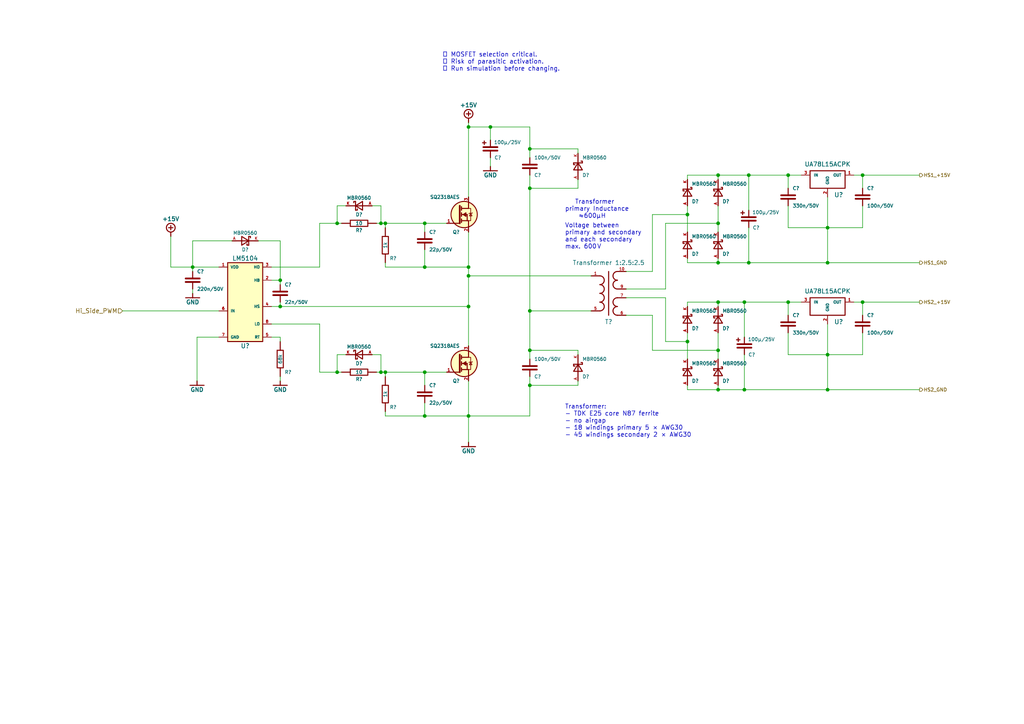
<source format=kicad_sch>
(kicad_sch (version 20211123) (generator eeschema)
  (paper "A4")
  (lib_symbols
    (symbol "LM5104:LM5104" (pin_names (offset 0.7874))
      (property "Reference" "U" (at 0 -12.7 0))
      (property "Value" "LM5104" (at 0 12.7 0))
      (symbol "LM5104_0_1"
        (rectangle (start -5.08 11.43) (end 5.08 -11.43) (stroke (width 0.3048)) (fill (type background)))
      )
      (symbol "LM5104_1_1"
        (pin power_in line (at -7.62 10.16 0) (length 2.54) (name "VDD") (number "1"))
        (pin output line (at 7.62 6.35 180) (length 2.54) (name "HB") (number "2"))
        (pin output line (at 7.62 10.16 180) (length 2.54) (name "HO") (number "3"))
        (pin input line (at 7.62 -1.27 180) (length 2.54) (name "HS") (number "4"))
        (pin output line (at 7.62 -10.16 180) (length 2.54) (name "RT") (number "5"))
        (pin input line (at -7.62 -2.54 0) (length 2.54) (name "IN") (number "6"))
        (pin power_in line (at -7.62 -10.16 0) (length 2.54) (name "GND") (number "7"))
        (pin output line (at 7.62 -6.35 180) (length 2.54) (name "LO") (number "8"))
      )
    )
    (symbol "OSSI_standard_components:+15V" (power) (pin_names (offset 0))
      (property "Value" "+15V" (at 0 5.08 0))
      (symbol "+15V_1_0"
        (polyline (pts (xy -0.635 2.54) (xy 0.635 2.54)) (stroke (width 0.3048)))
        (polyline (pts (xy 0 1.27) (xy 0 0)) (stroke (width 0.3048)))
        (polyline (pts (xy 0 3.175) (xy 0 1.905)) (stroke (width 0.3048)))
        (circle (center 0 2.54) (radius 1.27) (stroke (width 0.3048)))
        (pin power_in line (at 0 0 90) (length 0) hide (name "+15V") (number "1"))
      )
    )
    (symbol "OSSI_standard_components:Capacitor" (pin_numbers hide) (pin_names (offset 1.016) hide)
      (property "Reference" "C" (at 1.524 -2.54 0))
      (property "Value" "Capacitor" (at 1.524 2.032 0))
      (symbol "Capacitor_0_0"
        (polyline (pts (xy -2.032 -0.508) (xy 2.032 -0.508)) (stroke (width 0.508)))
        (polyline (pts (xy -2.032 0.508) (xy 2.032 0.508)) (stroke (width 0.508)))
        (polyline (pts (xy 0 -2.54) (xy 0 -0.635)) (stroke (width 0.3048)))
        (polyline (pts (xy 0 0.635) (xy 0 2.54)) (stroke (width 0.3048)))
        (pin passive line (at 0 -2.54 90) (length 0) (name "1") (number "1"))
        (pin passive line (at 0 2.54 270) (length 0) (name "2") (number "2"))
      )
    )
    (symbol "OSSI_standard_components:Capacitor_pol" (pin_numbers hide) (pin_names (offset 1.016) hide)
      (property "Reference" "C" (at 1.143 -2.54 0))
      (property "Value" "Capacitor_pol" (at 1.016 1.905 0))
      (symbol "Capacitor_pol_0_0"
        (polyline (pts (xy -2.286 1.778) (xy -1.27 1.778)) (stroke (width 0.3048)))
        (polyline (pts (xy -2.032 -0.508) (xy 2.032 -0.508)) (stroke (width 0.508)))
        (polyline (pts (xy -2.032 0.508) (xy 2.032 0.508)) (stroke (width 0.508)))
        (polyline (pts (xy -1.778 1.27) (xy -1.778 2.286)) (stroke (width 0.3048)))
        (polyline (pts (xy 0 -2.54) (xy 0 -0.762)) (stroke (width 0.3048)))
        (polyline (pts (xy 0 0.508) (xy 0 2.54)) (stroke (width 0.3048)))
      )
      (symbol "Capacitor_pol_1_0"
        (pin passive line (at 0 2.54 180) (length 0) (name "+") (number "+"))
        (pin passive line (at 0 -2.54 180) (length 0) (name "-") (number "-"))
      )
    )
    (symbol "OSSI_standard_components:GND" (power) (pin_names (offset 0))
      (property "Value" "GND" (at 0 -2.54 0))
      (symbol "GND_0_0"
        (polyline (pts (xy -2.032 -1.27) (xy 2.032 -1.27)) (stroke (width 0.3048)))
        (polyline (pts (xy 0 -1.27) (xy 0 0)) (stroke (width 0.3048)))
        (pin power_in line (at 0 0 270) (length 0) hide (name "GND") (number "1"))
      )
    )
    (symbol "OSSI_standard_components:LDO_3pin_f" (pin_names (offset 1.016))
      (property "Reference" "U" (at 1.905 -4.445 0))
      (property "Value" "LDO_3pin_f" (at 0 4.445 0))
      (symbol "LDO_3pin_f_0_1"
        (rectangle (start -5.08 2.54) (end 5.08 -2.54) (stroke (width 0.3048)))
      )
      (symbol "LDO_3pin_f_1_1"
        (pin power_out line (at 7.62 1.27 180) (length 2.54) (name "OUT") (number "1"))
        (pin power_in line (at 0 -5.08 90) (length 2.54) (name "GND") (number "2"))
        (pin power_in line (at -7.62 1.27 0) (length 2.54) (name "IN") (number "3"))
      )
    )
    (symbol "OSSI_standard_components:NMOS" (pin_names (offset 1.016) hide)
      (property "Reference" "Q" (at 0 -5.08 0))
      (property "Value" "NMOS" (at 0 5.08 0))
      (symbol "NMOS_0_0"
        (polyline (pts (xy 0 -2.54) (xy -3.81 -2.54)) (stroke (width 0.3048)))
        (polyline (pts (xy 0 2.54) (xy 0 -2.54)) (stroke (width 0.508)))
        (polyline (pts (xy 0.508 -1.27) (xy 0.508 -2.286)) (stroke (width 0.3048)))
        (polyline (pts (xy 0.508 0.508) (xy 0.508 -0.508)) (stroke (width 0.3048)))
        (polyline (pts (xy 0.508 2.286) (xy 0.508 1.27)) (stroke (width 0.3048)))
        (polyline (pts (xy 2.159 -1.778) (xy 2.159 0)) (stroke (width 0.3048)))
        (polyline (pts (xy 2.159 0) (xy 0.508 0)) (stroke (width 0.3048)))
        (polyline (pts (xy 0.508 -1.778) (xy 2.54 -1.778) (xy 2.54 -5.08)) (stroke (width 0.3048)))
        (polyline (pts (xy 0.508 1.778) (xy 2.54 1.778) (xy 2.54 5.08)) (stroke (width 0.3048)))
        (polyline (pts (xy 1.016 0) (xy 1.778 0.508) (xy 1.778 -0.508) (xy 1.016 0)) (stroke (width 0.3048)) (fill (type outline)))
        (polyline (pts (xy 2.54 -1.778) (xy 3.175 -1.778) (xy 3.175 1.778) (xy 2.54 1.778)) (stroke (width 0.2032)))
        (polyline (pts (xy 3.175 0.381) (xy 2.794 -0.381) (xy 3.556 -0.381) (xy 3.175 0.381)) (stroke (width 0.2032)))
        (polyline (pts (xy 3.683 0.508) (xy 3.556 0.381) (xy 2.794 0.381) (xy 2.667 0.254)) (stroke (width 0.2032)))
        (circle (center 1.27 0) (radius 3.81) (stroke (width 0.3048)) (fill (type background)))
        (pin input line (at -3.81 -2.54 0) (length 1.27) (name "G") (number "1"))
      )
      (symbol "NMOS_1_0"
        (pin passive line (at 2.54 -5.08 90) (length 1.27) (name "S") (number "2"))
        (pin passive line (at 2.54 5.08 270) (length 1.27) (name "D") (number "3"))
      )
    )
    (symbol "OSSI_standard_components:Resistor" (pin_numbers hide) (pin_names (offset 1.016) hide)
      (property "Reference" "R" (at 0 -2.032 0))
      (property "Value" "Resistor" (at 0 0 0))
      (symbol "Resistor_0_0"
        (rectangle (start -2.54 0.889) (end 2.54 -0.889) (stroke (width 0.3048)))
        (polyline (pts (xy -2.54 0) (xy -5.08 0)) (stroke (width 0.3048)))
        (polyline (pts (xy 5.08 0) (xy 2.54 0)) (stroke (width 0.3048)))
      )
      (symbol "Resistor_1_1"
        (pin passive line (at -5.08 0 0) (length 0) (name "1") (number "1"))
        (pin passive line (at 5.08 0 180) (length 0) (name "2") (number "2"))
      )
    )
    (symbol "OSSI_standard_components:Schottky" (pin_names (offset 1.016) hide)
      (property "Reference" "D" (at 0 -2.54 0))
      (property "Value" "Schottky" (at 0 2.286 0))
      (symbol "Schottky_0_0"
        (polyline (pts (xy -3.81 0) (xy 3.81 0)) (stroke (width 0.3048)))
        (polyline (pts (xy 1.016 1.27) (xy 1.016 0) (xy -1.016 1.27) (xy -1.016 -1.27) (xy 1.016 0) (xy 1.016 -1.27)) (stroke (width 0.3048)))
        (pin passive line (at -3.81 0 0) (length 1.27) (name "A") (number "A"))
        (pin passive line (at 3.81 0 180) (length 1.27) (name "K") (number "K"))
      )
      (symbol "Schottky_1_0"
        (polyline (pts (xy 1.016 -1.27) (xy 0.508 -1.27) (xy 0.508 -0.889)) (stroke (width 0.3048)))
        (polyline (pts (xy 1.016 1.27) (xy 1.524 1.27) (xy 1.524 0.889)) (stroke (width 0.3048)))
      )
    )
    (symbol "OSSI_standard_components:TransformerDualSec" (pin_names (offset 1.016) hide)
      (property "Reference" "T" (at 0 -8.255 0))
      (property "Value" "TransformerDualSec" (at 0 8.89 0))
      (symbol "TransformerDualSec_0_1"
        (arc (start -2.54 0) (mid -1.27 1.27) (end -2.54 2.54) (stroke (width 0.3048)))
        (polyline (pts (xy -2.54 -5.08) (xy -5.08 -5.08)) (stroke (width 0.3048)))
        (polyline (pts (xy -2.54 5.08) (xy -5.08 5.08)) (stroke (width 0.3048)))
        (polyline (pts (xy 0 6.35) (xy 0 -6.35)) (stroke (width 0.3048)))
        (polyline (pts (xy 2.54 -6.35) (xy 5.08 -6.35)) (stroke (width 0.3048)))
        (polyline (pts (xy 2.54 -1.27) (xy 5.08 -1.27)) (stroke (width 0.3048)))
        (polyline (pts (xy 2.54 1.27) (xy 5.08 1.27)) (stroke (width 0.3048)))
        (polyline (pts (xy 2.54 6.35) (xy 5.08 6.35)) (stroke (width 0.3048)))
      )
      (symbol "TransformerDualSec_1_1"
        (arc (start -2.54 -5.08) (mid -1.27 -3.81) (end -2.54 -2.54) (stroke (width 0.3048)))
        (arc (start -2.54 -2.54) (mid -1.27 -1.27) (end -2.54 0) (stroke (width 0.3048)))
        (arc (start -2.54 2.54) (mid -1.27 3.81) (end -2.54 5.08) (stroke (width 0.3048)))
        (arc (start 2.54 -3.81) (mid 1.27 -5.08) (end 2.54 -6.35) (stroke (width 0.3048)))
        (arc (start 2.54 -1.27) (mid 1.27 -2.54) (end 2.54 -3.81) (stroke (width 0.3048)))
        (arc (start 2.54 3.81) (mid 1.27 2.54) (end 2.54 1.27) (stroke (width 0.3048)))
        (arc (start 2.54 6.35) (mid 1.27 5.08) (end 2.54 3.81) (stroke (width 0.3048)))
        (pin passive line (at -5.08 5.08 0) (length 2.5146) (name "1") (number "1"))
        (pin passive line (at 5.08 6.35 180) (length 2.5146) (name "10") (number "10"))
        (pin passive line (at -5.08 -5.08 0) (length 2.5146) (name "5") (number "5"))
        (pin passive line (at 5.08 -6.35 180) (length 2.5146) (name "6") (number "6"))
        (pin passive line (at 5.08 -1.27 180) (length 2.5146) (name "7") (number "7"))
        (pin passive line (at 5.08 1.27 180) (length 2.5146) (name "9") (number "9"))
      )
    )
  )
  (junction (at 123.19 120.65))
  (junction (at 153.67 43.18))
  (junction (at 81.28 88.9))
  (junction (at 135.89 120.65))
  (junction (at 240.03 76.2))
  (junction (at 111.76 107.95))
  (junction (at 153.67 54.61))
  (junction (at 135.89 88.9))
  (junction (at 55.88 77.47))
  (junction (at 123.19 107.95))
  (junction (at 153.67 111.76))
  (junction (at 199.39 62.23))
  (junction (at 135.89 77.47))
  (junction (at 215.9 113.03))
  (junction (at 240.03 113.03))
  (junction (at 135.89 36.83))
  (junction (at 250.19 87.63))
  (junction (at 240.03 66.04))
  (junction (at 110.49 64.77))
  (junction (at 217.17 76.2))
  (junction (at 217.17 50.8))
  (junction (at 208.28 101.6))
  (junction (at 110.49 107.95))
  (junction (at 228.6 50.8))
  (junction (at 142.24 36.83))
  (junction (at 153.67 90.17))
  (junction (at 228.6 87.63))
  (junction (at 215.9 87.63))
  (junction (at 123.19 64.77))
  (junction (at 97.79 64.77))
  (junction (at 240.03 102.87))
  (junction (at 208.28 76.2))
  (junction (at 111.76 64.77))
  (junction (at 199.39 99.06))
  (junction (at 208.28 87.63))
  (junction (at 81.28 81.28))
  (junction (at 208.28 113.03))
  (junction (at 135.89 80.01))
  (junction (at 97.79 107.95))
  (junction (at 208.28 50.8))
  (junction (at 123.19 77.47))
  (junction (at 250.19 50.8))
  (junction (at 153.67 101.6))
  (junction (at 208.28 64.77))
  (wire (pts (xy 81.28 88.9) (xy 135.89 88.9)))
  (wire (pts (xy 189.23 78.74) (xy 189.23 62.23)))
  (wire (pts (xy 215.9 87.63) (xy 215.9 97.79)))
  (wire (pts (xy 199.39 87.63) (xy 208.28 87.63)))
  (wire (pts (xy 153.67 101.6) (xy 153.67 104.14)))
  (wire (pts (xy 81.28 69.85) (xy 81.28 81.28)))
  (wire (pts (xy 55.88 77.47) (xy 49.53 77.47)))
  (wire (pts (xy 208.28 74.93) (xy 208.28 76.2)))
  (wire (pts (xy 250.19 59.69) (xy 250.19 66.04)))
  (wire (pts (xy 228.6 66.04) (xy 228.6 59.69)))
  (wire (pts (xy 189.23 101.6) (xy 208.28 101.6)))
  (wire (pts (xy 153.67 36.83) (xy 153.67 43.18)))
  (wire (pts (xy 240.03 76.2) (xy 266.7 76.2)))
  (wire (pts (xy 97.79 107.95) (xy 97.79 102.87)))
  (wire (pts (xy 81.28 109.22) (xy 81.28 110.49)))
  (wire (pts (xy 135.89 110.49) (xy 135.89 120.65)))
  (wire (pts (xy 135.89 36.83) (xy 135.89 57.15)))
  (wire (pts (xy 81.28 97.79) (xy 81.28 99.06)))
  (wire (pts (xy 240.03 102.87) (xy 228.6 102.87)))
  (wire (pts (xy 123.19 116.84) (xy 123.19 120.65)))
  (wire (pts (xy 97.79 64.77) (xy 97.79 59.69)))
  (wire (pts (xy 208.28 101.6) (xy 208.28 104.14)))
  (wire (pts (xy 74.93 69.85) (xy 81.28 69.85)))
  (wire (pts (xy 78.74 97.79) (xy 81.28 97.79)))
  (wire (pts (xy 167.64 44.45) (xy 167.64 43.18)))
  (wire (pts (xy 193.04 64.77) (xy 208.28 64.77)))
  (wire (pts (xy 135.89 77.47) (xy 135.89 80.01)))
  (wire (pts (xy 97.79 64.77) (xy 92.71 64.77)))
  (wire (pts (xy 193.04 86.36) (xy 193.04 99.06)))
  (wire (pts (xy 97.79 59.69) (xy 100.33 59.69)))
  (wire (pts (xy 78.74 81.28) (xy 81.28 81.28)))
  (wire (pts (xy 228.6 102.87) (xy 228.6 96.52)))
  (wire (pts (xy 247.65 87.63) (xy 250.19 87.63)))
  (wire (pts (xy 240.03 66.04) (xy 240.03 76.2)))
  (wire (pts (xy 228.6 91.44) (xy 228.6 87.63)))
  (wire (pts (xy 123.19 64.77) (xy 123.19 67.31)))
  (wire (pts (xy 199.39 62.23) (xy 199.39 67.31)))
  (wire (pts (xy 81.28 87.63) (xy 81.28 88.9)))
  (wire (pts (xy 181.61 83.82) (xy 193.04 83.82)))
  (wire (pts (xy 181.61 91.44) (xy 189.23 91.44)))
  (wire (pts (xy 78.74 88.9) (xy 81.28 88.9)))
  (wire (pts (xy 153.67 54.61) (xy 153.67 90.17)))
  (wire (pts (xy 199.39 113.03) (xy 199.39 111.76)))
  (wire (pts (xy 107.95 102.87) (xy 110.49 102.87)))
  (wire (pts (xy 215.9 113.03) (xy 240.03 113.03)))
  (wire (pts (xy 123.19 77.47) (xy 135.89 77.47)))
  (wire (pts (xy 171.45 80.01) (xy 135.89 80.01)))
  (wire (pts (xy 228.6 87.63) (xy 232.41 87.63)))
  (wire (pts (xy 167.64 110.49) (xy 167.64 111.76)))
  (wire (pts (xy 228.6 50.8) (xy 232.41 50.8)))
  (wire (pts (xy 167.64 101.6) (xy 153.67 101.6)))
  (wire (pts (xy 153.67 50.8) (xy 153.67 54.61)))
  (wire (pts (xy 208.28 111.76) (xy 208.28 113.03)))
  (wire (pts (xy 142.24 40.64) (xy 142.24 36.83)))
  (wire (pts (xy 167.64 43.18) (xy 153.67 43.18)))
  (wire (pts (xy 123.19 120.65) (xy 135.89 120.65)))
  (wire (pts (xy 208.28 87.63) (xy 215.9 87.63)))
  (wire (pts (xy 240.03 93.98) (xy 240.03 102.87)))
  (wire (pts (xy 208.28 87.63) (xy 208.28 88.9)))
  (wire (pts (xy 135.89 120.65) (xy 135.89 128.27)))
  (wire (pts (xy 240.03 57.15) (xy 240.03 66.04)))
  (wire (pts (xy 142.24 48.26) (xy 142.24 45.72)))
  (wire (pts (xy 189.23 62.23) (xy 199.39 62.23)))
  (wire (pts (xy 250.19 96.52) (xy 250.19 102.87)))
  (wire (pts (xy 217.17 66.04) (xy 217.17 76.2)))
  (wire (pts (xy 110.49 107.95) (xy 111.76 107.95)))
  (wire (pts (xy 35.56 90.17) (xy 63.5 90.17)))
  (wire (pts (xy 153.67 120.65) (xy 135.89 120.65)))
  (wire (pts (xy 110.49 102.87) (xy 110.49 107.95)))
  (wire (pts (xy 193.04 99.06) (xy 199.39 99.06)))
  (wire (pts (xy 123.19 64.77) (xy 129.54 64.77)))
  (wire (pts (xy 250.19 87.63) (xy 266.7 87.63)))
  (wire (pts (xy 97.79 102.87) (xy 100.33 102.87)))
  (wire (pts (xy 111.76 120.65) (xy 123.19 120.65)))
  (wire (pts (xy 97.79 107.95) (xy 92.71 107.95)))
  (wire (pts (xy 199.39 50.8) (xy 208.28 50.8)))
  (wire (pts (xy 123.19 107.95) (xy 129.54 107.95)))
  (wire (pts (xy 153.67 109.22) (xy 153.67 111.76)))
  (wire (pts (xy 167.64 52.07) (xy 167.64 54.61)))
  (wire (pts (xy 99.06 107.95) (xy 97.79 107.95)))
  (wire (pts (xy 111.76 66.04) (xy 111.76 64.77)))
  (wire (pts (xy 110.49 64.77) (xy 111.76 64.77)))
  (wire (pts (xy 189.23 91.44) (xy 189.23 101.6)))
  (wire (pts (xy 110.49 59.69) (xy 110.49 64.77)))
  (wire (pts (xy 208.28 50.8) (xy 208.28 52.07)))
  (wire (pts (xy 228.6 54.61) (xy 228.6 50.8)))
  (wire (pts (xy 181.61 86.36) (xy 193.04 86.36)))
  (wire (pts (xy 99.06 64.77) (xy 97.79 64.77)))
  (wire (pts (xy 171.45 90.17) (xy 153.67 90.17)))
  (wire (pts (xy 111.76 107.95) (xy 111.76 109.22)))
  (wire (pts (xy 63.5 77.47) (xy 55.88 77.47)))
  (wire (pts (xy 240.03 66.04) (xy 228.6 66.04)))
  (wire (pts (xy 92.71 93.98) (xy 92.71 107.95)))
  (wire (pts (xy 49.53 77.47) (xy 49.53 68.58)))
  (wire (pts (xy 250.19 50.8) (xy 250.19 54.61)))
  (wire (pts (xy 208.28 76.2) (xy 199.39 76.2)))
  (wire (pts (xy 181.61 78.74) (xy 189.23 78.74)))
  (wire (pts (xy 55.88 77.47) (xy 55.88 78.74)))
  (wire (pts (xy 153.67 111.76) (xy 153.67 120.65)))
  (wire (pts (xy 123.19 72.39) (xy 123.19 77.47)))
  (wire (pts (xy 208.28 113.03) (xy 199.39 113.03)))
  (wire (pts (xy 199.39 88.9) (xy 199.39 87.63)))
  (wire (pts (xy 78.74 77.47) (xy 92.71 77.47)))
  (wire (pts (xy 55.88 69.85) (xy 67.31 69.85)))
  (wire (pts (xy 153.67 43.18) (xy 153.67 45.72)))
  (wire (pts (xy 167.64 111.76) (xy 153.67 111.76)))
  (wire (pts (xy 208.28 59.69) (xy 208.28 64.77)))
  (wire (pts (xy 135.89 35.56) (xy 135.89 36.83)))
  (wire (pts (xy 111.76 77.47) (xy 111.76 76.2)))
  (wire (pts (xy 199.39 76.2) (xy 199.39 74.93)))
  (wire (pts (xy 92.71 77.47) (xy 92.71 64.77)))
  (wire (pts (xy 111.76 107.95) (xy 123.19 107.95)))
  (wire (pts (xy 135.89 67.31) (xy 135.89 77.47)))
  (wire (pts (xy 167.64 102.87) (xy 167.64 101.6)))
  (wire (pts (xy 109.22 64.77) (xy 110.49 64.77)))
  (wire (pts (xy 208.28 64.77) (xy 208.28 67.31)))
  (wire (pts (xy 240.03 102.87) (xy 240.03 113.03)))
  (wire (pts (xy 215.9 87.63) (xy 228.6 87.63)))
  (wire (pts (xy 208.28 76.2) (xy 217.17 76.2)))
  (wire (pts (xy 215.9 102.87) (xy 215.9 113.03)))
  (wire (pts (xy 135.89 88.9) (xy 135.89 100.33)))
  (wire (pts (xy 240.03 113.03) (xy 266.7 113.03)))
  (wire (pts (xy 57.15 97.79) (xy 57.15 110.49)))
  (wire (pts (xy 217.17 50.8) (xy 217.17 60.96)))
  (wire (pts (xy 123.19 107.95) (xy 123.19 111.76)))
  (wire (pts (xy 199.39 99.06) (xy 199.39 96.52)))
  (wire (pts (xy 55.88 77.47) (xy 55.88 69.85)))
  (wire (pts (xy 78.74 93.98) (xy 92.71 93.98)))
  (wire (pts (xy 55.88 83.82) (xy 55.88 85.09)))
  (wire (pts (xy 250.19 87.63) (xy 250.19 91.44)))
  (wire (pts (xy 63.5 97.79) (xy 57.15 97.79)))
  (wire (pts (xy 123.19 77.47) (xy 111.76 77.47)))
  (wire (pts (xy 217.17 76.2) (xy 240.03 76.2)))
  (wire (pts (xy 199.39 62.23) (xy 199.39 59.69)))
  (wire (pts (xy 247.65 50.8) (xy 250.19 50.8)))
  (wire (pts (xy 153.67 90.17) (xy 153.67 101.6)))
  (wire (pts (xy 208.28 50.8) (xy 217.17 50.8)))
  (wire (pts (xy 250.19 66.04) (xy 240.03 66.04)))
  (wire (pts (xy 142.24 36.83) (xy 135.89 36.83)))
  (wire (pts (xy 111.76 119.38) (xy 111.76 120.65)))
  (wire (pts (xy 111.76 64.77) (xy 123.19 64.77)))
  (wire (pts (xy 81.28 81.28) (xy 81.28 82.55)))
  (wire (pts (xy 135.89 80.01) (xy 135.89 88.9)))
  (wire (pts (xy 193.04 83.82) (xy 193.04 64.77)))
  (wire (pts (xy 217.17 50.8) (xy 228.6 50.8)))
  (wire (pts (xy 109.22 107.95) (xy 110.49 107.95)))
  (wire (pts (xy 199.39 99.06) (xy 199.39 104.14)))
  (wire (pts (xy 167.64 54.61) (xy 153.67 54.61)))
  (wire (pts (xy 250.19 102.87) (xy 240.03 102.87)))
  (wire (pts (xy 208.28 113.03) (xy 215.9 113.03)))
  (wire (pts (xy 142.24 36.83) (xy 153.67 36.83)))
  (wire (pts (xy 107.95 59.69) (xy 110.49 59.69)))
  (wire (pts (xy 199.39 52.07) (xy 199.39 50.8)))
  (wire (pts (xy 208.28 101.6) (xy 208.28 96.52)))
  (wire (pts (xy 250.19 50.8) (xy 266.7 50.8)))
  (text "⚠ MOSFET selection critical.\n⚠ Risk of parasitic activation.\n⚠ Run simulation before changing.\n\n" (at 128.27 22.86 0) (effects (font (size 1.27 1.27)) (justify left bottom)))
  (text "Transformer:\n- TDK E25 core N87 ferrite\n- no airgap\n- 18 windings primary 5 × AWG30\n- 45 windings secondary 2 × AWG30" (at 163.83 127 0) (effects (font (size 1.27 1.27)) (justify left bottom)))
  (text "Voltage between\nprimary and secondary\nand each secondary\nmax. 600 V" (at 163.83 72.39 0) (effects (font (size 1.27 1.27)) (justify left bottom)))
  (text "   Transformer\nprimary Inductance\n    ≈600µH\n" (at 163.83 63.5 0) (effects (font (size 1.27 1.27)) (justify left bottom)))
  (hierarchical_label "HS1_GND" (shape output) (at 266.7 76.2 0) (effects (font (size 0.9906 0.9906))))
  (hierarchical_label "HS2_+15V" (shape output) (at 266.7 87.63 0) (effects (font (size 0.9906 0.9906))))
  (hierarchical_label "Hi_Side_PWM" (shape input) (at 35.56 90.17 180))
  (hierarchical_label "HS2_GND" (shape output) (at 266.7 113.03 0) (effects (font (size 0.9906 0.9906))))
  (hierarchical_label "HS1_+15V" (shape output) (at 266.7 50.8 0) (effects (font (size 0.9906 0.9906))))
  (symbol (lib_id "OSSI_standard_components:+15V") (at 135.89 35.56 0) (unit 1)
    (property "Reference" "#PWR0101" (effects hide))
    (property "Value" "+15V" (at 135.89 30.48 0) (effects (font (size 1.1938 1.1938) bold)))
  )
  (symbol (lib_id "OSSI_standard_components:Capacitor") (at 153.67 48.26 0) (unit 1)
    (property "Reference" "C?" (at 154.94 50.8 0) (effects (font (size 0.9906 0.9906)) (justify left)))
    (property "Value" "100n/50V" (at 154.94 45.72 0) (effects (font (size 0.9906 0.9906)) (justify left)))
    (property "Tolerance" "%" (effects hide))
    (property "Manufacturer" "M" (effects hide))
    (property "Partnumber" "P" (effects hide))
    (property "Supplier" "S" (effects hide))
    (property "Order No." "O.No." (effects hide))
  )
  (symbol (lib_id "OSSI_standard_components:GND") (at 135.89 128.27 0) (unit 1)
    (property "Reference" "#PWR0102" (effects hide))
    (property "Value" "GND" (at 135.89 130.81 0) (effects (font (size 1.1938 1.1938) bold)))
  )
  (symbol (lib_id "OSSI_standard_components:NMOS") (at 133.35 62.23 0) (unit 1)
    (property "Reference" "Q?" (at 133.35 67.31 0) (effects (font (size 0.9906 0.9906)) (justify right)))
    (property "Value" "SQ2318AES" (at 133.35 57.15 0) (effects (font (size 0.9906 0.9906)) (justify right)))
    (property "Manufacturer" "M" (effects hide))
    (property "Partnumber" "P" (effects hide))
    (property "Supplier" "S" (effects hide))
    (property "Order No." "O.No." (effects hide))
  )
  (symbol (lib_id "OSSI_standard_components:TransformerDualSec") (at 176.53 85.09 0) (unit 1)
    (property "Reference" "T?" (at 176.53 93.345 0))
    (property "Value" "Transformer 1:2.5:2.5" (at 176.53 76.2 0))
    (property "Manufacturer" "M" (effects hide))
    (property "Partnumber" "P" (effects hide))
    (property "Supplier" "S" (effects hide))
    (property "Order No." "O.No." (effects hide))
  )
  (symbol (lib_id "OSSI_standard_components:NMOS") (at 133.35 105.41 0) (unit 1)
    (property "Reference" "Q?" (at 133.35 110.49 0) (effects (font (size 0.9906 0.9906)) (justify right)))
    (property "Value" "SQ2318AES" (at 133.35 100.33 0) (effects (font (size 0.9906 0.9906)) (justify right)))
    (property "Manufacturer" "M" (effects hide))
    (property "Partnumber" "P" (effects hide))
    (property "Supplier" "S" (effects hide))
    (property "Order No." "O.No." (effects hide))
  )
  (symbol (lib_id "OSSI_standard_components:Capacitor") (at 123.19 69.85 0) (mirror x) (unit 1)
    (property "Reference" "C?" (at 124.46 67.31 0) (effects (font (size 0.9906 0.9906)) (justify left)))
    (property "Value" "22p/50V" (at 124.46 72.39 0) (effects (font (size 0.9906 0.9906)) (justify left)))
    (property "Tolerance" "%" (effects hide))
    (property "Manufacturer" "M" (effects hide))
    (property "Partnumber" "P" (effects hide))
    (property "Supplier" "S" (effects hide))
    (property "Order No." "O.No." (effects hide))
  )
  (symbol (lib_id "OSSI_standard_components:Capacitor") (at 123.19 114.3 0) (mirror x) (unit 1)
    (property "Reference" "C?" (at 124.46 111.76 0) (effects (font (size 0.9906 0.9906)) (justify left)))
    (property "Value" "22p/50V" (at 124.46 116.84 0) (effects (font (size 0.9906 0.9906)) (justify left)))
    (property "Tolerance" "%" (effects hide))
    (property "Manufacturer" "M" (effects hide))
    (property "Partnumber" "P" (effects hide))
    (property "Supplier" "S" (effects hide))
    (property "Order No." "O.No." (effects hide))
  )
  (symbol (lib_id "OSSI_standard_components:Capacitor") (at 153.67 106.68 0) (unit 1)
    (property "Reference" "C?" (at 154.94 109.22 0) (effects (font (size 0.9906 0.9906)) (justify left)))
    (property "Value" "100n/50V" (at 154.94 104.14 0) (effects (font (size 0.9906 0.9906)) (justify left)))
    (property "Tolerance" "%" (effects hide))
    (property "Manufacturer" "M" (effects hide))
    (property "Partnumber" "P" (effects hide))
    (property "Supplier" "S" (effects hide))
    (property "Order No." "O.No." (effects hide))
  )
  (symbol (lib_id "OSSI_standard_components:Schottky") (at 167.64 48.26 270) (mirror x) (unit 1)
    (property "Reference" "D?" (at 168.91 50.8 90) (effects (font (size 0.9906 0.9906)) (justify left)))
    (property "Value" "MBR0560" (at 168.91 45.72 90) (effects (font (size 0.9906 0.9906)) (justify left)))
    (property "Manufacturer" "M" (effects hide))
    (property "Partnumber" "P" (effects hide))
    (property "Supplier" "S" (effects hide))
    (property "Order No." "O.No." (effects hide))
  )
  (symbol (lib_id "OSSI_standard_components:Resistor") (at 104.14 64.77 0) (unit 1)
    (property "Reference" "R?" (at 104.14 66.802 0) (effects (font (size 0.9906 0.9906))))
    (property "Value" "10" (at 104.14 64.77 0) (effects (font (size 0.9906 0.9906))))
    (property "Tolerance" "%" (effects hide))
    (property "Manufacturer" "M" (effects hide))
    (property "Partnumber" "P" (effects hide))
    (property "Supplier" "S" (effects hide))
    (property "Order No." "O.No." (effects hide))
  )
  (symbol (lib_id "OSSI_standard_components:Resistor") (at 104.14 107.95 0) (unit 1)
    (property "Reference" "R?" (at 104.14 109.982 0) (effects (font (size 0.9906 0.9906))))
    (property "Value" "10" (at 104.14 107.95 0) (effects (font (size 0.9906 0.9906))))
    (property "Tolerance" "%" (effects hide))
    (property "Manufacturer" "M" (effects hide))
    (property "Partnumber" "P" (effects hide))
    (property "Supplier" "S" (effects hide))
    (property "Order No." "O.No." (effects hide))
  )
  (symbol (lib_id "OSSI_standard_components:Resistor") (at 111.76 71.12 270) (unit 1)
    (property "Reference" "R?" (at 113.03 74.93 90) (effects (font (size 0.9906 0.9906)) (justify left)))
    (property "Value" "1k" (at 111.76 71.12 0) (effects (font (size 0.9906 0.9906))))
    (property "Tolerance" "%" (effects hide))
    (property "Manufacturer" "M" (effects hide))
    (property "Partnumber" "P" (effects hide))
    (property "Supplier" "S" (effects hide))
    (property "Order No." "O.No." (effects hide))
  )
  (symbol (lib_id "OSSI_standard_components:Schottky") (at 104.14 59.69 0) (mirror y) (unit 1)
    (property "Reference" "D?" (at 104.14 62.23 0) (effects (font (size 0.9906 0.9906))))
    (property "Value" "MBR0560" (at 104.14 57.404 0) (effects (font (size 0.9906 0.9906))))
    (property "Manufacturer" "M" (effects hide))
    (property "Partnumber" "P" (effects hide))
    (property "Supplier" "S" (effects hide))
    (property "Order No." "O.No." (effects hide))
  )
  (symbol (lib_id "OSSI_standard_components:Capacitor_pol") (at 142.24 43.18 0) (unit 1)
    (property "Reference" "C?" (at 143.383 45.72 0) (effects (font (size 0.9906 0.9906)) (justify left)))
    (property "Value" "100µ/25V" (at 143.256 41.275 0) (effects (font (size 0.9906 0.9906)) (justify left)))
    (property "Manufacturer" "M" (effects hide))
    (property "Partnumber" "P" (effects hide))
    (property "Supplier" "S" (effects hide))
    (property "Order No." "O.No." (effects hide))
  )
  (symbol (lib_id "OSSI_standard_components:GND") (at 142.24 48.26 0) (unit 1)
    (property "Reference" "#PWR0103" (effects hide))
    (property "Value" "GND" (at 142.24 50.8 0) (effects (font (size 1.1938 1.1938) bold)))
  )
  (symbol (lib_id "OSSI_standard_components:Capacitor_pol") (at 217.17 63.5 0) (unit 1)
    (property "Reference" "C?" (at 218.313 66.04 0) (effects (font (size 0.9906 0.9906)) (justify left)))
    (property "Value" "100µ/25V" (at 218.186 61.595 0) (effects (font (size 0.9906 0.9906)) (justify left)))
    (property "Manufacturer" "M" (effects hide))
    (property "Partnumber" "P" (effects hide))
    (property "Supplier" "S" (effects hide))
    (property "Order No." "O.No." (effects hide))
  )
  (symbol (lib_id "OSSI_standard_components:Capacitor_pol") (at 215.9 100.33 0) (unit 1)
    (property "Reference" "C?" (at 217.043 102.87 0) (effects (font (size 0.9906 0.9906)) (justify left)))
    (property "Value" "100µ/25V" (at 216.916 98.425 0) (effects (font (size 0.9906 0.9906)) (justify left)))
    (property "Manufacturer" "M" (effects hide))
    (property "Partnumber" "P" (effects hide))
    (property "Supplier" "S" (effects hide))
    (property "Order No." "O.No." (effects hide))
  )
  (symbol (lib_id "LM5104:LM5104") (at 71.12 87.63 0) (unit 1)
    (property "Reference" "U?" (at 71.12 100.33 0))
    (property "Value" "LM5104" (at 71.12 74.93 0))
    (property "Footprint" "OSSI_standard_footprints:SOIC8" (effects hide))
  )
  (symbol (lib_id "OSSI_standard_components:Capacitor") (at 55.88 81.28 0) (mirror x) (unit 1)
    (property "Reference" "C?" (at 57.15 78.74 0) (effects (font (size 0.9906 0.9906)) (justify left)))
    (property "Value" "220n/50V" (at 57.15 83.82 0) (effects (font (size 0.9906 0.9906)) (justify left)))
    (property "Tolerance" "%" (effects hide))
    (property "Manufacturer" "M" (effects hide))
    (property "Partnumber" "P" (effects hide))
    (property "Supplier" "S" (effects hide))
    (property "Order No." "O.No." (effects hide))
  )
  (symbol (lib_id "OSSI_standard_components:GND") (at 55.88 85.09 0) (unit 1)
    (property "Reference" "#PWR0104" (effects hide))
    (property "Value" "GND" (at 55.88 87.63 0) (effects (font (size 1.1938 1.1938) bold)))
  )
  (symbol (lib_id "OSSI_standard_components:+15V") (at 49.53 68.58 0) (unit 1)
    (property "Reference" "#PWR0105" (effects hide))
    (property "Value" "+15V" (at 49.53 63.5 0) (effects (font (size 1.1938 1.1938) bold)))
  )
  (symbol (lib_id "OSSI_standard_components:GND") (at 57.15 110.49 0) (unit 1)
    (property "Reference" "#PWR0106" (effects hide))
    (property "Value" "GND" (at 57.15 113.03 0) (effects (font (size 1.1938 1.1938) bold)))
  )
  (symbol (lib_id "OSSI_standard_components:GND") (at 81.28 110.49 0) (unit 1)
    (property "Reference" "#PWR0107" (effects hide))
    (property "Value" "GND" (at 81.28 113.03 0) (effects (font (size 1.1938 1.1938) bold)))
  )
  (symbol (lib_id "OSSI_standard_components:Capacitor") (at 81.28 85.09 0) (mirror x) (unit 1)
    (property "Reference" "C?" (at 82.55 82.55 0) (effects (font (size 0.9906 0.9906)) (justify left)))
    (property "Value" "22n/50V" (at 82.55 87.63 0) (effects (font (size 0.9906 0.9906)) (justify left)))
    (property "Tolerance" "%" (effects hide))
    (property "Manufacturer" "M" (effects hide))
    (property "Partnumber" "P" (effects hide))
    (property "Supplier" "S" (effects hide))
    (property "Order No." "O.No." (effects hide))
  )
  (symbol (lib_id "OSSI_standard_components:Schottky") (at 71.12 69.85 0) (unit 1)
    (property "Reference" "D?" (at 71.12 72.39 0) (effects (font (size 0.9906 0.9906))))
    (property "Value" "MBR0560" (at 71.12 67.564 0) (effects (font (size 0.9906 0.9906))))
    (property "Manufacturer" "M" (effects hide))
    (property "Partnumber" "P" (effects hide))
    (property "Supplier" "S" (effects hide))
    (property "Order No." "O.No." (effects hide))
  )
  (symbol (lib_id "OSSI_standard_components:Capacitor") (at 228.6 57.15 0) (mirror x) (unit 1)
    (property "Reference" "C?" (at 229.87 54.61 0) (effects (font (size 0.9906 0.9906)) (justify left)))
    (property "Value" "330n/50V" (at 229.87 59.69 0) (effects (font (size 0.9906 0.9906)) (justify left)))
    (property "Tolerance" "%" (effects hide))
    (property "Manufacturer" "M" (effects hide))
    (property "Partnumber" "P" (effects hide))
    (property "Supplier" "S" (effects hide))
    (property "Order No." "O.No." (effects hide))
  )
  (symbol (lib_id "OSSI_standard_components:Capacitor") (at 250.19 57.15 0) (mirror x) (unit 1)
    (property "Reference" "C?" (at 251.46 54.61 0) (effects (font (size 0.9906 0.9906)) (justify left)))
    (property "Value" "100n/50V" (at 251.46 59.69 0) (effects (font (size 0.9906 0.9906)) (justify left)))
    (property "Tolerance" "%" (effects hide))
    (property "Manufacturer" "M" (effects hide))
    (property "Partnumber" "P" (effects hide))
    (property "Supplier" "S" (effects hide))
    (property "Order No." "O.No." (effects hide))
  )
  (symbol (lib_id "OSSI_standard_components:Capacitor") (at 228.6 93.98 0) (mirror x) (unit 1)
    (property "Reference" "C?" (at 229.87 91.44 0) (effects (font (size 0.9906 0.9906)) (justify left)))
    (property "Value" "330n/50V" (at 229.87 96.52 0) (effects (font (size 0.9906 0.9906)) (justify left)))
    (property "Tolerance" "%" (effects hide))
    (property "Manufacturer" "M" (effects hide))
    (property "Partnumber" "P" (effects hide))
    (property "Supplier" "S" (effects hide))
    (property "Order No." "O.No." (effects hide))
  )
  (symbol (lib_id "OSSI_standard_components:Capacitor") (at 250.19 93.98 0) (mirror x) (unit 1)
    (property "Reference" "C?" (at 251.46 91.44 0) (effects (font (size 0.9906 0.9906)) (justify left)))
    (property "Value" "100n/50V" (at 251.46 96.52 0) (effects (font (size 0.9906 0.9906)) (justify left)))
    (property "Tolerance" "%" (effects hide))
    (property "Manufacturer" "M" (effects hide))
    (property "Partnumber" "P" (effects hide))
    (property "Supplier" "S" (effects hide))
    (property "Order No." "O.No." (effects hide))
  )
  (symbol (lib_id "OSSI_standard_components:LDO_3pin_f") (at 240.03 52.07 0) (unit 1)
    (property "Reference" "U?" (at 241.935 56.515 0) (effects (justify left)))
    (property "Value" "UA78L15ACPK" (at 240.03 47.625 0))
    (property "Footprint" "OSSI_standard_footprints:SOT323_R" (effects hide))
    (property "Datasheet" "abc" (effects hide))
  )
  (symbol (lib_id "OSSI_standard_components:LDO_3pin_f") (at 240.03 88.9 0) (unit 1)
    (property "Reference" "U?" (at 241.935 93.345 0) (effects (justify left)))
    (property "Value" "UA78L15ACPK" (at 240.03 84.455 0))
    (property "Footprint" "OSSI_standard_footprints:SOT323_R" (effects hide))
    (property "Datasheet" "abc" (effects hide))
  )
  (symbol (lib_id "OSSI_standard_components:Resistor") (at 111.76 114.3 270) (unit 1)
    (property "Reference" "R?" (at 113.03 118.11 90) (effects (font (size 0.9906 0.9906)) (justify left)))
    (property "Value" "1k" (at 111.76 114.3 0) (effects (font (size 0.9906 0.9906))))
    (property "Tolerance" "%" (effects hide))
    (property "Manufacturer" "M" (effects hide))
    (property "Partnumber" "P" (effects hide))
    (property "Supplier" "S" (effects hide))
    (property "Order No." "O.No." (effects hide))
  )
  (symbol (lib_id "OSSI_standard_components:Resistor") (at 81.28 104.14 270) (unit 1)
    (property "Reference" "R?" (at 82.55 107.95 90) (effects (font (size 0.9906 0.9906)) (justify left)))
    (property "Value" "68k" (at 81.28 104.14 0) (effects (font (size 0.9906 0.9906))))
    (property "Tolerance" "%" (effects hide))
    (property "Manufacturer" "M" (effects hide))
    (property "Partnumber" "P" (effects hide))
    (property "Supplier" "S" (effects hide))
    (property "Order No." "O.No." (effects hide))
  )
  (symbol (lib_id "OSSI_standard_components:Schottky") (at 104.14 102.87 0) (mirror y) (unit 1)
    (property "Reference" "D?" (at 104.14 105.41 0) (effects (font (size 0.9906 0.9906))))
    (property "Value" "MBR0560" (at 104.14 100.584 0) (effects (font (size 0.9906 0.9906))))
    (property "Manufacturer" "M" (effects hide))
    (property "Partnumber" "P" (effects hide))
    (property "Supplier" "S" (effects hide))
    (property "Order No." "O.No." (effects hide))
  )
  (symbol (lib_id "OSSI_standard_components:Schottky") (at 199.39 55.88 270) (mirror x) (unit 1)
    (property "Reference" "D?" (at 200.66 58.42 90) (effects (font (size 0.9906 0.9906)) (justify left)))
    (property "Value" "MBR0560" (at 200.66 53.34 90) (effects (font (size 0.9906 0.9906)) (justify left)))
    (property "Manufacturer" "M" (effects hide))
    (property "Partnumber" "P" (effects hide))
    (property "Supplier" "S" (effects hide))
    (property "Order No." "O.No." (effects hide))
  )
  (symbol (lib_id "OSSI_standard_components:Schottky") (at 208.28 55.88 270) (mirror x) (unit 1)
    (property "Reference" "D?" (at 209.55 58.42 90) (effects (font (size 0.9906 0.9906)) (justify left)))
    (property "Value" "MBR0560" (at 209.55 53.34 90) (effects (font (size 0.9906 0.9906)) (justify left)))
    (property "Manufacturer" "M" (effects hide))
    (property "Partnumber" "P" (effects hide))
    (property "Supplier" "S" (effects hide))
    (property "Order No." "O.No." (effects hide))
  )
  (symbol (lib_id "OSSI_standard_components:Schottky") (at 208.28 71.12 270) (mirror x) (unit 1)
    (property "Reference" "D?" (at 209.55 73.66 90) (effects (font (size 0.9906 0.9906)) (justify left)))
    (property "Value" "MBR0560" (at 209.55 68.58 90) (effects (font (size 0.9906 0.9906)) (justify left)))
    (property "Manufacturer" "M" (effects hide))
    (property "Partnumber" "P" (effects hide))
    (property "Supplier" "S" (effects hide))
    (property "Order No." "O.No." (effects hide))
  )
  (symbol (lib_id "OSSI_standard_components:Schottky") (at 199.39 71.12 270) (mirror x) (unit 1)
    (property "Reference" "D?" (at 200.66 73.66 90) (effects (font (size 0.9906 0.9906)) (justify left)))
    (property "Value" "MBR0560" (at 200.66 68.58 90) (effects (font (size 0.9906 0.9906)) (justify left)))
    (property "Manufacturer" "M" (effects hide))
    (property "Partnumber" "P" (effects hide))
    (property "Supplier" "S" (effects hide))
    (property "Order No." "O.No." (effects hide))
  )
  (symbol (lib_id "OSSI_standard_components:Schottky") (at 199.39 92.71 270) (mirror x) (unit 1)
    (property "Reference" "D?" (at 200.66 95.25 90) (effects (font (size 0.9906 0.9906)) (justify left)))
    (property "Value" "MBR0560" (at 200.66 90.17 90) (effects (font (size 0.9906 0.9906)) (justify left)))
    (property "Manufacturer" "M" (effects hide))
    (property "Partnumber" "P" (effects hide))
    (property "Supplier" "S" (effects hide))
    (property "Order No." "O.No." (effects hide))
  )
  (symbol (lib_id "OSSI_standard_components:Schottky") (at 208.28 92.71 270) (mirror x) (unit 1)
    (property "Reference" "D?" (at 209.55 95.25 90) (effects (font (size 0.9906 0.9906)) (justify left)))
    (property "Value" "MBR0560" (at 209.55 90.17 90) (effects (font (size 0.9906 0.9906)) (justify left)))
    (property "Manufacturer" "M" (effects hide))
    (property "Partnumber" "P" (effects hide))
    (property "Supplier" "S" (effects hide))
    (property "Order No." "O.No." (effects hide))
  )
  (symbol (lib_id "OSSI_standard_components:Schottky") (at 208.28 107.95 270) (mirror x) (unit 1)
    (property "Reference" "D?" (at 209.55 110.49 90) (effects (font (size 0.9906 0.9906)) (justify left)))
    (property "Value" "MBR0560" (at 209.55 105.41 90) (effects (font (size 0.9906 0.9906)) (justify left)))
    (property "Manufacturer" "M" (effects hide))
    (property "Partnumber" "P" (effects hide))
    (property "Supplier" "S" (effects hide))
    (property "Order No." "O.No." (effects hide))
  )
  (symbol (lib_id "OSSI_standard_components:Schottky") (at 199.39 107.95 270) (mirror x) (unit 1)
    (property "Reference" "D?" (at 200.66 110.49 90) (effects (font (size 0.9906 0.9906)) (justify left)))
    (property "Value" "MBR0560" (at 200.66 105.41 90) (effects (font (size 0.9906 0.9906)) (justify left)))
    (property "Manufacturer" "M" (effects hide))
    (property "Partnumber" "P" (effects hide))
    (property "Supplier" "S" (effects hide))
    (property "Order No." "O.No." (effects hide))
  )
  (symbol (lib_id "OSSI_standard_components:Schottky") (at 167.64 106.68 270) (mirror x) (unit 1)
    (property "Reference" "D?" (at 168.91 109.22 90) (effects (font (size 0.9906 0.9906)) (justify left)))
    (property "Value" "MBR0560" (at 168.91 104.14 90) (effects (font (size 0.9906 0.9906)) (justify left)))
    (property "Manufacturer" "M" (effects hide))
    (property "Partnumber" "P" (effects hide))
    (property "Supplier" "S" (effects hide))
    (property "Order No." "O.No." (effects hide))
  )
)
</source>
